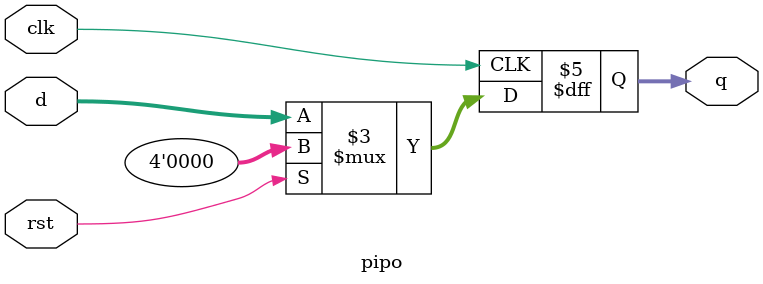
<source format=v>
module pipo(
  input [3:0]d,
  input clk,
  input rst,
  output reg [3:0]q);

  always@(posedge clk)begin

    if(rst)
      q<=4'b0000;
  else
    q<=d;
  end
  endmodule

</source>
